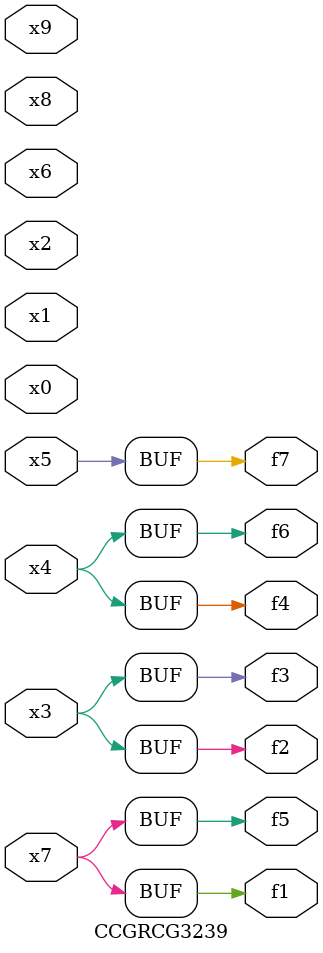
<source format=v>
module CCGRCG3239(
	input x0, x1, x2, x3, x4, x5, x6, x7, x8, x9,
	output f1, f2, f3, f4, f5, f6, f7
);
	assign f1 = x7;
	assign f2 = x3;
	assign f3 = x3;
	assign f4 = x4;
	assign f5 = x7;
	assign f6 = x4;
	assign f7 = x5;
endmodule

</source>
